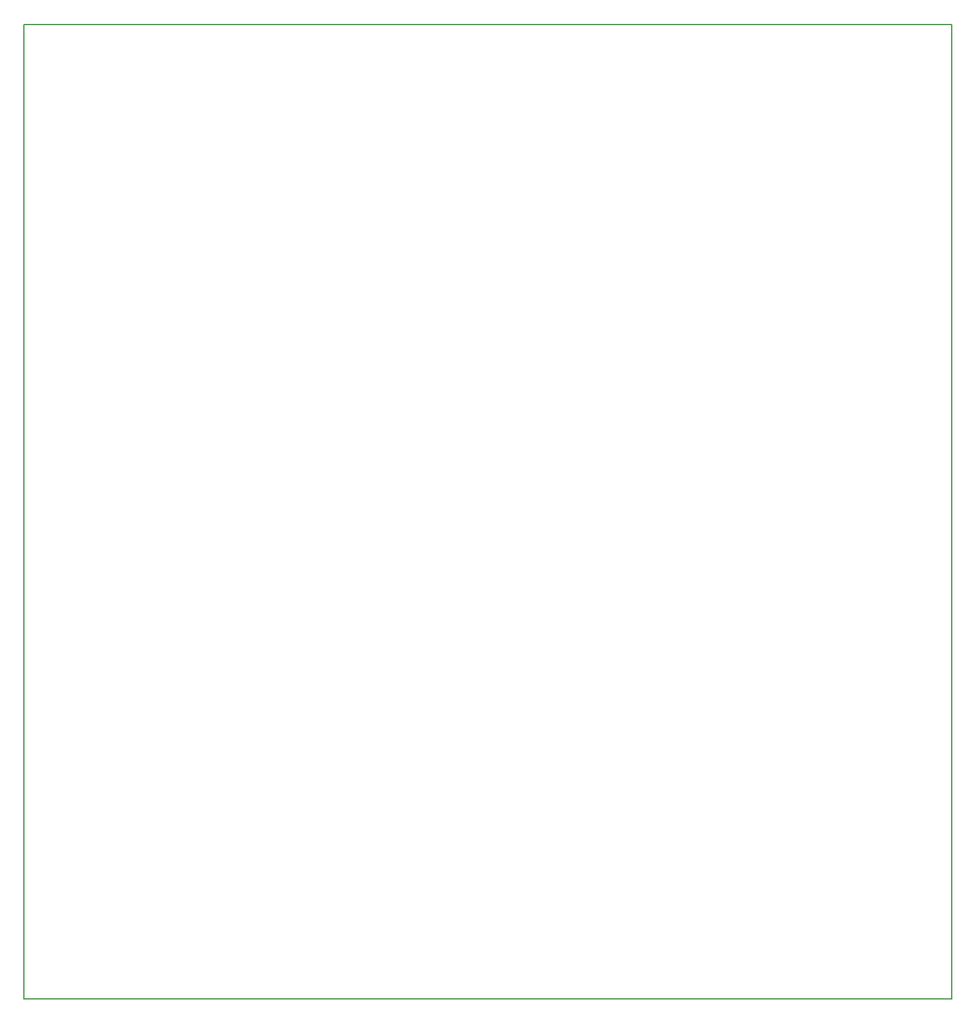
<source format=gbr>
G04 #@! TF.GenerationSoftware,KiCad,Pcbnew,(5.0.1)-4*
G04 #@! TF.CreationDate,2019-01-15T11:52:39-03:00*
G04 #@! TF.ProjectId,Principal,5072696E636970616C2E6B696361645F,rev?*
G04 #@! TF.SameCoordinates,Original*
G04 #@! TF.FileFunction,Profile,NP*
%FSLAX46Y46*%
G04 Gerber Fmt 4.6, Leading zero omitted, Abs format (unit mm)*
G04 Created by KiCad (PCBNEW (5.0.1)-4) date 15/01/2019 11:52:39*
%MOMM*%
%LPD*%
G01*
G04 APERTURE LIST*
%ADD10C,0.150000*%
G04 APERTURE END LIST*
D10*
X81915000Y-153035000D02*
X81915000Y-18415000D01*
X210185000Y-153035000D02*
X81915000Y-153035000D01*
X210185000Y-18415000D02*
X210185000Y-153035000D01*
X81915000Y-18415000D02*
X210185000Y-18415000D01*
M02*

</source>
